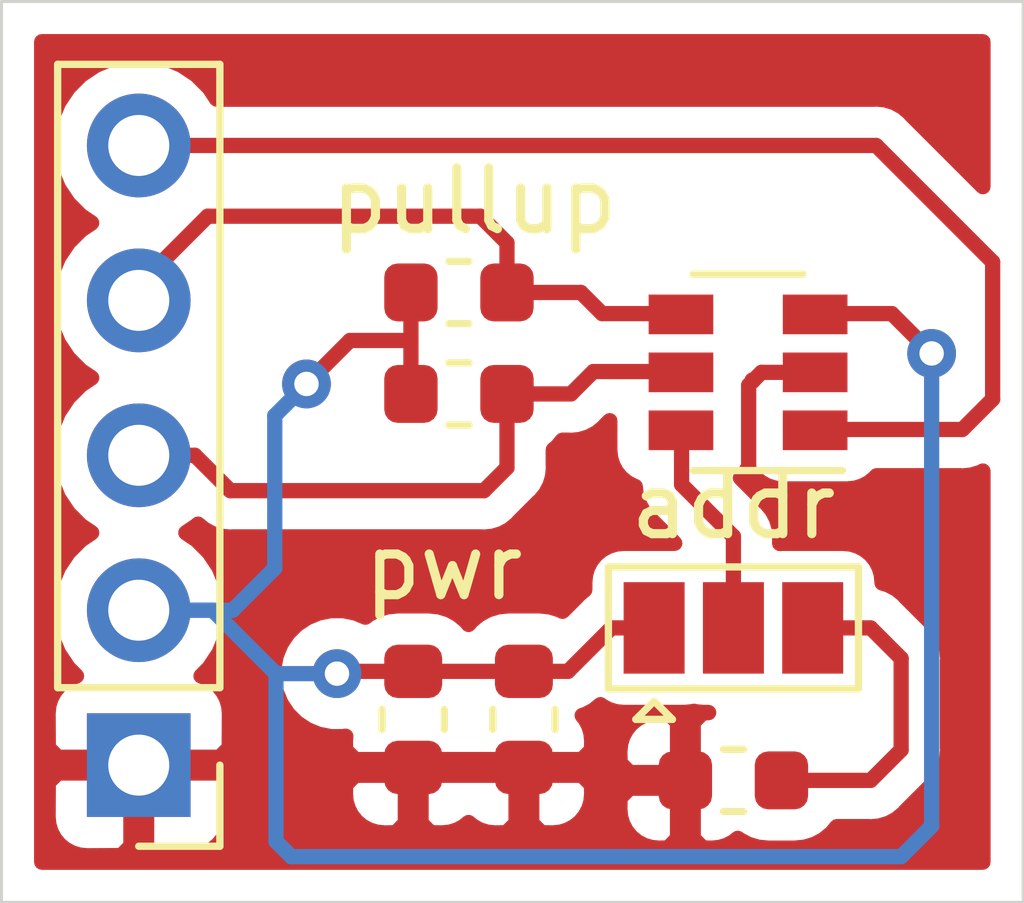
<source format=kicad_pcb>
(kicad_pcb (version 20171130) (host pcbnew 5.1.6-c6e7f7d~87~ubuntu18.04.1)

  (general
    (thickness 1.6)
    (drawings 7)
    (tracks 70)
    (zones 0)
    (modules 8)
    (nets 8)
  )

  (page A4)
  (title_block
    (title "MCP4725 breakout board for Arduino")
    (date 2020-09-01)
    (rev 0.3)
    (company 6r1d)
  )

  (layers
    (0 F.Cu signal)
    (31 B.Cu signal)
    (32 B.Adhes user)
    (33 F.Adhes user)
    (34 B.Paste user)
    (35 F.Paste user)
    (36 B.SilkS user)
    (37 F.SilkS user)
    (38 B.Mask user)
    (39 F.Mask user)
    (40 Dwgs.User user)
    (41 Cmts.User user)
    (42 Eco1.User user)
    (43 Eco2.User user)
    (44 Edge.Cuts user)
    (45 Margin user)
    (46 B.CrtYd user)
    (47 F.CrtYd user)
    (48 B.Fab user)
    (49 F.Fab user)
  )

  (setup
    (last_trace_width 0.25)
    (trace_clearance 0.2)
    (zone_clearance 0.508)
    (zone_45_only no)
    (trace_min 0.2)
    (via_size 0.8)
    (via_drill 0.4)
    (via_min_size 0.4)
    (via_min_drill 0.3)
    (uvia_size 0.3)
    (uvia_drill 0.1)
    (uvias_allowed no)
    (uvia_min_size 0.2)
    (uvia_min_drill 0.1)
    (edge_width 0.05)
    (segment_width 0.2)
    (pcb_text_width 0.3)
    (pcb_text_size 1.5 1.5)
    (mod_edge_width 0.12)
    (mod_text_size 1 1)
    (mod_text_width 0.15)
    (pad_size 1.524 1.524)
    (pad_drill 0.762)
    (pad_to_mask_clearance 0.05)
    (aux_axis_origin 0 0)
    (visible_elements FFFFFF7F)
    (pcbplotparams
      (layerselection 0x010fc_ffffffff)
      (usegerberextensions false)
      (usegerberattributes true)
      (usegerberadvancedattributes true)
      (creategerberjobfile true)
      (excludeedgelayer true)
      (linewidth 0.100000)
      (plotframeref false)
      (viasonmask false)
      (mode 1)
      (useauxorigin false)
      (hpglpennumber 1)
      (hpglpenspeed 20)
      (hpglpendiameter 15.000000)
      (psnegative false)
      (psa4output false)
      (plotreference true)
      (plotvalue true)
      (plotinvisibletext false)
      (padsonsilk false)
      (subtractmaskfromsilk false)
      (outputformat 1)
      (mirror false)
      (drillshape 1)
      (scaleselection 1)
      (outputdirectory ""))
  )

  (net 0 "")
  (net 1 VDD)
  (net 2 SDA_0)
  (net 3 SCL_0)
  (net 4 OUT_0)
  (net 5 VSS)
  (net 6 "Net-(J2-Pad3)")
  (net 7 A0_0)

  (net_class Default "This is the default net class."
    (clearance 0.2)
    (trace_width 0.25)
    (via_dia 0.8)
    (via_drill 0.4)
    (uvia_dia 0.3)
    (uvia_drill 0.1)
    (add_net A0_0)
    (add_net "Net-(J2-Pad3)")
    (add_net OUT_0)
    (add_net SCL_0)
    (add_net SDA_0)
    (add_net VDD)
    (add_net VSS)
  )

  (module Capacitor_SMD:C_0603_1608Metric (layer F.Cu) (tedit 5B301BBE) (tstamp 5F3F49B6)
    (at 26.76 31.8 270)
    (descr "Capacitor SMD 0603 (1608 Metric), square (rectangular) end terminal, IPC_7351 nominal, (Body size source: http://www.tortai-tech.com/upload/download/2011102023233369053.pdf), generated with kicad-footprint-generator")
    (tags capacitor)
    (path /5F3FA9B9)
    (attr smd)
    (fp_text reference C1 (at 0 -1.43 90) (layer F.SilkS) hide
      (effects (font (size 1 1) (thickness 0.15)))
    )
    (fp_text value 10uF (at 0 1.43 90) (layer F.Fab) hide
      (effects (font (size 1 1) (thickness 0.15)))
    )
    (fp_line (start -0.8 0.4) (end -0.8 -0.4) (layer F.Fab) (width 0.1))
    (fp_line (start -0.8 -0.4) (end 0.8 -0.4) (layer F.Fab) (width 0.1))
    (fp_line (start 0.8 -0.4) (end 0.8 0.4) (layer F.Fab) (width 0.1))
    (fp_line (start 0.8 0.4) (end -0.8 0.4) (layer F.Fab) (width 0.1))
    (fp_line (start -0.162779 -0.51) (end 0.162779 -0.51) (layer F.SilkS) (width 0.12))
    (fp_line (start -0.162779 0.51) (end 0.162779 0.51) (layer F.SilkS) (width 0.12))
    (fp_line (start -1.48 0.73) (end -1.48 -0.73) (layer F.CrtYd) (width 0.05))
    (fp_line (start -1.48 -0.73) (end 1.48 -0.73) (layer F.CrtYd) (width 0.05))
    (fp_line (start 1.48 -0.73) (end 1.48 0.73) (layer F.CrtYd) (width 0.05))
    (fp_line (start 1.48 0.73) (end -1.48 0.73) (layer F.CrtYd) (width 0.05))
    (fp_text user %R (at 0 0 90) (layer F.Fab)
      (effects (font (size 0.4 0.4) (thickness 0.06)))
    )
    (pad 2 smd roundrect (at 0.7875 0 270) (size 0.875 0.95) (layers F.Cu F.Paste F.Mask) (roundrect_rratio 0.25)
      (net 5 VSS))
    (pad 1 smd roundrect (at -0.7875 0 270) (size 0.875 0.95) (layers F.Cu F.Paste F.Mask) (roundrect_rratio 0.25)
      (net 1 VDD))
    (model ${KISYS3DMOD}/Capacitor_SMD.3dshapes/C_0603_1608Metric.wrl
      (at (xyz 0 0 0))
      (scale (xyz 1 1 1))
      (rotate (xyz 0 0 0))
    )
  )

  (module Capacitor_SMD:C_0603_1608Metric (layer F.Cu) (tedit 5B301BBE) (tstamp 5F3F4541)
    (at 28.57488 31.8 270)
    (descr "Capacitor SMD 0603 (1608 Metric), square (rectangular) end terminal, IPC_7351 nominal, (Body size source: http://www.tortai-tech.com/upload/download/2011102023233369053.pdf), generated with kicad-footprint-generator")
    (tags capacitor)
    (path /5F3FA5DD)
    (attr smd)
    (fp_text reference C2 (at 0 -1.43 90) (layer F.SilkS) hide
      (effects (font (size 1 1) (thickness 0.15)))
    )
    (fp_text value 0.1uF (at 0 1.43 90) (layer F.Fab) hide
      (effects (font (size 1 1) (thickness 0.15)))
    )
    (fp_line (start 1.48 0.73) (end -1.48 0.73) (layer F.CrtYd) (width 0.05))
    (fp_line (start 1.48 -0.73) (end 1.48 0.73) (layer F.CrtYd) (width 0.05))
    (fp_line (start -1.48 -0.73) (end 1.48 -0.73) (layer F.CrtYd) (width 0.05))
    (fp_line (start -1.48 0.73) (end -1.48 -0.73) (layer F.CrtYd) (width 0.05))
    (fp_line (start -0.162779 0.51) (end 0.162779 0.51) (layer F.SilkS) (width 0.12))
    (fp_line (start -0.162779 -0.51) (end 0.162779 -0.51) (layer F.SilkS) (width 0.12))
    (fp_line (start 0.8 0.4) (end -0.8 0.4) (layer F.Fab) (width 0.1))
    (fp_line (start 0.8 -0.4) (end 0.8 0.4) (layer F.Fab) (width 0.1))
    (fp_line (start -0.8 -0.4) (end 0.8 -0.4) (layer F.Fab) (width 0.1))
    (fp_line (start -0.8 0.4) (end -0.8 -0.4) (layer F.Fab) (width 0.1))
    (fp_text user %R (at 0 0 90) (layer F.Fab)
      (effects (font (size 0.4 0.4) (thickness 0.06)))
    )
    (pad 1 smd roundrect (at -0.7875 0 270) (size 0.875 0.95) (layers F.Cu F.Paste F.Mask) (roundrect_rratio 0.25)
      (net 1 VDD))
    (pad 2 smd roundrect (at 0.7875 0 270) (size 0.875 0.95) (layers F.Cu F.Paste F.Mask) (roundrect_rratio 0.25)
      (net 5 VSS))
    (model ${KISYS3DMOD}/Capacitor_SMD.3dshapes/C_0603_1608Metric.wrl
      (at (xyz 0 0 0))
      (scale (xyz 1 1 1))
      (rotate (xyz 0 0 0))
    )
  )

  (module Resistor_SMD:R_0603_1608Metric (layer F.Cu) (tedit 5B301BBD) (tstamp 5F3F4585)
    (at 27.51 26.46376 180)
    (descr "Resistor SMD 0603 (1608 Metric), square (rectangular) end terminal, IPC_7351 nominal, (Body size source: http://www.tortai-tech.com/upload/download/2011102023233369053.pdf), generated with kicad-footprint-generator")
    (tags resistor)
    (path /5F3F98D5)
    (attr smd)
    (fp_text reference R1 (at 0 -1.43) (layer F.SilkS) hide
      (effects (font (size 1 1) (thickness 0.15)))
    )
    (fp_text value 4.7k (at 0 1.43) (layer F.Fab) hide
      (effects (font (size 1 1) (thickness 0.15)))
    )
    (fp_line (start 1.48 0.73) (end -1.48 0.73) (layer F.CrtYd) (width 0.05))
    (fp_line (start 1.48 -0.73) (end 1.48 0.73) (layer F.CrtYd) (width 0.05))
    (fp_line (start -1.48 -0.73) (end 1.48 -0.73) (layer F.CrtYd) (width 0.05))
    (fp_line (start -1.48 0.73) (end -1.48 -0.73) (layer F.CrtYd) (width 0.05))
    (fp_line (start -0.162779 0.51) (end 0.162779 0.51) (layer F.SilkS) (width 0.12))
    (fp_line (start -0.162779 -0.51) (end 0.162779 -0.51) (layer F.SilkS) (width 0.12))
    (fp_line (start 0.8 0.4) (end -0.8 0.4) (layer F.Fab) (width 0.1))
    (fp_line (start 0.8 -0.4) (end 0.8 0.4) (layer F.Fab) (width 0.1))
    (fp_line (start -0.8 -0.4) (end 0.8 -0.4) (layer F.Fab) (width 0.1))
    (fp_line (start -0.8 0.4) (end -0.8 -0.4) (layer F.Fab) (width 0.1))
    (fp_text user %R (at 0 0) (layer F.Fab)
      (effects (font (size 0.4 0.4) (thickness 0.06)))
    )
    (pad 1 smd roundrect (at -0.7875 0 180) (size 0.875 0.95) (layers F.Cu F.Paste F.Mask) (roundrect_rratio 0.25)
      (net 3 SCL_0))
    (pad 2 smd roundrect (at 0.7875 0 180) (size 0.875 0.95) (layers F.Cu F.Paste F.Mask) (roundrect_rratio 0.25)
      (net 1 VDD))
    (model ${KISYS3DMOD}/Resistor_SMD.3dshapes/R_0603_1608Metric.wrl
      (at (xyz 0 0 0))
      (scale (xyz 1 1 1))
      (rotate (xyz 0 0 0))
    )
  )

  (module Resistor_SMD:R_0603_1608Metric (layer F.Cu) (tedit 5B301BBD) (tstamp 5F3F4596)
    (at 27.51 24.8)
    (descr "Resistor SMD 0603 (1608 Metric), square (rectangular) end terminal, IPC_7351 nominal, (Body size source: http://www.tortai-tech.com/upload/download/2011102023233369053.pdf), generated with kicad-footprint-generator")
    (tags resistor)
    (path /5F3FA1CB)
    (attr smd)
    (fp_text reference R2 (at 0 -1.43) (layer F.SilkS) hide
      (effects (font (size 1 1) (thickness 0.15)))
    )
    (fp_text value 4.7k (at 0 1.43) (layer F.Fab) hide
      (effects (font (size 1 1) (thickness 0.15)))
    )
    (fp_line (start -0.8 0.4) (end -0.8 -0.4) (layer F.Fab) (width 0.1))
    (fp_line (start -0.8 -0.4) (end 0.8 -0.4) (layer F.Fab) (width 0.1))
    (fp_line (start 0.8 -0.4) (end 0.8 0.4) (layer F.Fab) (width 0.1))
    (fp_line (start 0.8 0.4) (end -0.8 0.4) (layer F.Fab) (width 0.1))
    (fp_line (start -0.162779 -0.51) (end 0.162779 -0.51) (layer F.SilkS) (width 0.12))
    (fp_line (start -0.162779 0.51) (end 0.162779 0.51) (layer F.SilkS) (width 0.12))
    (fp_line (start -1.48 0.73) (end -1.48 -0.73) (layer F.CrtYd) (width 0.05))
    (fp_line (start -1.48 -0.73) (end 1.48 -0.73) (layer F.CrtYd) (width 0.05))
    (fp_line (start 1.48 -0.73) (end 1.48 0.73) (layer F.CrtYd) (width 0.05))
    (fp_line (start 1.48 0.73) (end -1.48 0.73) (layer F.CrtYd) (width 0.05))
    (fp_text user %R (at 0 0) (layer F.Fab)
      (effects (font (size 0.4 0.4) (thickness 0.06)))
    )
    (pad 2 smd roundrect (at 0.7875 0) (size 0.875 0.95) (layers F.Cu F.Paste F.Mask) (roundrect_rratio 0.25)
      (net 2 SDA_0))
    (pad 1 smd roundrect (at -0.7875 0) (size 0.875 0.95) (layers F.Cu F.Paste F.Mask) (roundrect_rratio 0.25)
      (net 1 VDD))
    (model ${KISYS3DMOD}/Resistor_SMD.3dshapes/R_0603_1608Metric.wrl
      (at (xyz 0 0 0))
      (scale (xyz 1 1 1))
      (rotate (xyz 0 0 0))
    )
  )

  (module Package_TO_SOT_SMD:SOT-23-6 (layer F.Cu) (tedit 5A02FF57) (tstamp 5F3F45AC)
    (at 32.25 26.11 180)
    (descr "6-pin SOT-23 package")
    (tags SOT-23-6)
    (path /5F3EE7BB)
    (attr smd)
    (fp_text reference U1 (at 0 -2.9) (layer F.SilkS) hide
      (effects (font (size 1 1) (thickness 0.15)))
    )
    (fp_text value MCP4725 (at 0 2.9) (layer F.Fab) hide
      (effects (font (size 1 1) (thickness 0.15)))
    )
    (fp_line (start 0.9 -1.55) (end 0.9 1.55) (layer F.Fab) (width 0.1))
    (fp_line (start 0.9 1.55) (end -0.9 1.55) (layer F.Fab) (width 0.1))
    (fp_line (start -0.9 -0.9) (end -0.9 1.55) (layer F.Fab) (width 0.1))
    (fp_line (start 0.9 -1.55) (end -0.25 -1.55) (layer F.Fab) (width 0.1))
    (fp_line (start -0.9 -0.9) (end -0.25 -1.55) (layer F.Fab) (width 0.1))
    (fp_line (start -1.9 -1.8) (end -1.9 1.8) (layer F.CrtYd) (width 0.05))
    (fp_line (start -1.9 1.8) (end 1.9 1.8) (layer F.CrtYd) (width 0.05))
    (fp_line (start 1.9 1.8) (end 1.9 -1.8) (layer F.CrtYd) (width 0.05))
    (fp_line (start 1.9 -1.8) (end -1.9 -1.8) (layer F.CrtYd) (width 0.05))
    (fp_line (start 0.9 -1.61) (end -1.55 -1.61) (layer F.SilkS) (width 0.12))
    (fp_line (start -0.9 1.61) (end 0.9 1.61) (layer F.SilkS) (width 0.12))
    (fp_text user %R (at 0 0 90) (layer F.Fab) hide
      (effects (font (size 0.5 0.5) (thickness 0.075)))
    )
    (pad 1 smd rect (at -1.1 -0.95 180) (size 1.06 0.65) (layers F.Cu F.Paste F.Mask)
      (net 4 OUT_0))
    (pad 2 smd rect (at -1.1 0 180) (size 1.06 0.65) (layers F.Cu F.Paste F.Mask)
      (net 5 VSS))
    (pad 3 smd rect (at -1.1 0.95 180) (size 1.06 0.65) (layers F.Cu F.Paste F.Mask)
      (net 1 VDD))
    (pad 4 smd rect (at 1.1 0.95 180) (size 1.06 0.65) (layers F.Cu F.Paste F.Mask)
      (net 2 SDA_0))
    (pad 6 smd rect (at 1.1 -0.95 180) (size 1.06 0.65) (layers F.Cu F.Paste F.Mask)
      (net 7 A0_0))
    (pad 5 smd rect (at 1.1 0 180) (size 1.06 0.65) (layers F.Cu F.Paste F.Mask)
      (net 3 SCL_0))
    (model ${KISYS3DMOD}/Package_TO_SOT_SMD.3dshapes/SOT-23-6.wrl
      (at (xyz 0 0 0))
      (scale (xyz 1 1 1))
      (rotate (xyz 0 0 0))
    )
  )

  (module Connector_PinHeader_2.54mm:PinHeader_1x05_P2.54mm_Vertical (layer F.Cu) (tedit 59FED5CC) (tstamp 5F3F59B8)
    (at 22.26 32.55 180)
    (descr "Through hole straight pin header, 1x05, 2.54mm pitch, single row")
    (tags "Through hole pin header THT 1x05 2.54mm single row")
    (path /5F3F5A10)
    (fp_text reference J1 (at 0 -2.33) (layer F.SilkS) hide
      (effects (font (size 1 1) (thickness 0.15)))
    )
    (fp_text value Conn_01x05 (at 0 12.49) (layer F.Fab) hide
      (effects (font (size 1 1) (thickness 0.15)))
    )
    (fp_line (start -0.635 -1.27) (end 1.27 -1.27) (layer F.Fab) (width 0.1))
    (fp_line (start 1.27 -1.27) (end 1.27 11.43) (layer F.Fab) (width 0.1))
    (fp_line (start 1.27 11.43) (end -1.27 11.43) (layer F.Fab) (width 0.1))
    (fp_line (start -1.27 11.43) (end -1.27 -0.635) (layer F.Fab) (width 0.1))
    (fp_line (start -1.27 -0.635) (end -0.635 -1.27) (layer F.Fab) (width 0.1))
    (fp_line (start -1.33 11.49) (end 1.33 11.49) (layer F.SilkS) (width 0.12))
    (fp_line (start -1.33 1.27) (end -1.33 11.49) (layer F.SilkS) (width 0.12))
    (fp_line (start 1.33 1.27) (end 1.33 11.49) (layer F.SilkS) (width 0.12))
    (fp_line (start -1.33 1.27) (end 1.33 1.27) (layer F.SilkS) (width 0.12))
    (fp_line (start -1.33 0) (end -1.33 -1.33) (layer F.SilkS) (width 0.12))
    (fp_line (start -1.33 -1.33) (end 0 -1.33) (layer F.SilkS) (width 0.12))
    (fp_line (start -1.8 -1.8) (end -1.8 11.95) (layer F.CrtYd) (width 0.05))
    (fp_line (start -1.8 11.95) (end 1.8 11.95) (layer F.CrtYd) (width 0.05))
    (fp_line (start 1.8 11.95) (end 1.8 -1.8) (layer F.CrtYd) (width 0.05))
    (fp_line (start 1.8 -1.8) (end -1.8 -1.8) (layer F.CrtYd) (width 0.05))
    (fp_text user %R (at 0 5.08 90) (layer F.Fab)
      (effects (font (size 1 1) (thickness 0.15)))
    )
    (pad 1 thru_hole rect (at 0 0 180) (size 1.7 1.7) (drill 1) (layers *.Cu *.Mask)
      (net 5 VSS))
    (pad 2 thru_hole oval (at 0 2.54 180) (size 1.7 1.7) (drill 1) (layers *.Cu *.Mask)
      (net 1 VDD))
    (pad 3 thru_hole oval (at 0 5.08 180) (size 1.7 1.7) (drill 1) (layers *.Cu *.Mask)
      (net 3 SCL_0))
    (pad 4 thru_hole oval (at 0 7.62 180) (size 1.7 1.7) (drill 1) (layers *.Cu *.Mask)
      (net 2 SDA_0))
    (pad 5 thru_hole oval (at 0 10.16 180) (size 1.7 1.7) (drill 1) (layers *.Cu *.Mask)
      (net 4 OUT_0))
    (model ${KISYS3DMOD}/Connector_PinHeader_2.54mm.3dshapes/PinHeader_1x05_P2.54mm_Vertical.wrl
      (at (xyz 0 0 0))
      (scale (xyz 1 1 1))
      (rotate (xyz 0 0 0))
    )
  )

  (module Resistor_SMD:R_0603_1608Metric (layer F.Cu) (tedit 5B301BBD) (tstamp 5F3F5F15)
    (at 32.01 32.8 180)
    (descr "Resistor SMD 0603 (1608 Metric), square (rectangular) end terminal, IPC_7351 nominal, (Body size source: http://www.tortai-tech.com/upload/download/2011102023233369053.pdf), generated with kicad-footprint-generator")
    (tags resistor)
    (path /5F48BC92)
    (attr smd)
    (fp_text reference R3 (at 0 -1.43) (layer F.SilkS) hide
      (effects (font (size 1 1) (thickness 0.15)))
    )
    (fp_text value 10k (at 0 1.43) (layer F.Fab) hide
      (effects (font (size 1 1) (thickness 0.15)))
    )
    (fp_line (start -0.8 0.4) (end -0.8 -0.4) (layer F.Fab) (width 0.1))
    (fp_line (start -0.8 -0.4) (end 0.8 -0.4) (layer F.Fab) (width 0.1))
    (fp_line (start 0.8 -0.4) (end 0.8 0.4) (layer F.Fab) (width 0.1))
    (fp_line (start 0.8 0.4) (end -0.8 0.4) (layer F.Fab) (width 0.1))
    (fp_line (start -0.162779 -0.51) (end 0.162779 -0.51) (layer F.SilkS) (width 0.12))
    (fp_line (start -0.162779 0.51) (end 0.162779 0.51) (layer F.SilkS) (width 0.12))
    (fp_line (start -1.48 0.73) (end -1.48 -0.73) (layer F.CrtYd) (width 0.05))
    (fp_line (start -1.48 -0.73) (end 1.48 -0.73) (layer F.CrtYd) (width 0.05))
    (fp_line (start 1.48 -0.73) (end 1.48 0.73) (layer F.CrtYd) (width 0.05))
    (fp_line (start 1.48 0.73) (end -1.48 0.73) (layer F.CrtYd) (width 0.05))
    (fp_text user %R (at 0 0) (layer F.Fab)
      (effects (font (size 0.4 0.4) (thickness 0.06)))
    )
    (pad 1 smd roundrect (at -0.7875 0 180) (size 0.875 0.95) (layers F.Cu F.Paste F.Mask) (roundrect_rratio 0.25)
      (net 6 "Net-(J2-Pad3)"))
    (pad 2 smd roundrect (at 0.7875 0 180) (size 0.875 0.95) (layers F.Cu F.Paste F.Mask) (roundrect_rratio 0.25)
      (net 5 VSS))
    (model ${KISYS3DMOD}/Resistor_SMD.3dshapes/R_0603_1608Metric.wrl
      (at (xyz 0 0 0))
      (scale (xyz 1 1 1))
      (rotate (xyz 0 0 0))
    )
  )

  (module Jumper_KiCad_footprints:SolderJumper-3_P1.3mm_Open_Pad1.0x1.5mm (layer F.Cu) (tedit 5A3F8BB2) (tstamp 5F3F5E5A)
    (at 32.01 30.3)
    (descr "SMD Solder 3-pad Jumper, 1x1.5mm Pads, 0.3mm gap, open")
    (tags "solder jumper open")
    (path /5F4A1874)
    (attr virtual)
    (fp_text reference J2 (at 0 -1.8) (layer F.SilkS) hide
      (effects (font (size 1 1) (thickness 0.15)))
    )
    (fp_text value Conn_01x03 (at 0 2) (layer F.Fab) hide
      (effects (font (size 1 1) (thickness 0.15)))
    )
    (fp_line (start -1.3 1.2) (end -1 1.5) (layer F.SilkS) (width 0.12))
    (fp_line (start -1.6 1.5) (end -1 1.5) (layer F.SilkS) (width 0.12))
    (fp_line (start -1.3 1.2) (end -1.6 1.5) (layer F.SilkS) (width 0.12))
    (fp_line (start -2.05 1) (end -2.05 -1) (layer F.SilkS) (width 0.12))
    (fp_line (start 2.05 1) (end -2.05 1) (layer F.SilkS) (width 0.12))
    (fp_line (start 2.05 -1) (end 2.05 1) (layer F.SilkS) (width 0.12))
    (fp_line (start -2.05 -1) (end 2.05 -1) (layer F.SilkS) (width 0.12))
    (fp_line (start -2.3 -1.25) (end 2.3 -1.25) (layer F.CrtYd) (width 0.05))
    (fp_line (start -2.3 -1.25) (end -2.3 1.25) (layer F.CrtYd) (width 0.05))
    (fp_line (start 2.3 1.25) (end 2.3 -1.25) (layer F.CrtYd) (width 0.05))
    (fp_line (start 2.3 1.25) (end -2.3 1.25) (layer F.CrtYd) (width 0.05))
    (pad 3 smd rect (at 1.3 0) (size 1 1.5) (layers F.Cu F.Mask)
      (net 6 "Net-(J2-Pad3)"))
    (pad 2 smd rect (at 0 0) (size 1 1.5) (layers F.Cu F.Mask)
      (net 7 A0_0))
    (pad 1 smd rect (at -1.3 0) (size 1 1.5) (layers F.Cu F.Mask)
      (net 1 VDD))
  )

  (gr_line (start 36.76 34.8) (end 20.01 34.8) (layer Edge.Cuts) (width 0.05) (tstamp 5F4E39F6))
  (gr_line (start 36.76 20.03) (end 36.76 34.8) (layer Edge.Cuts) (width 0.05))
  (gr_line (start 20.01 20.03) (end 20.01 34.8) (layer Edge.Cuts) (width 0.05))
  (gr_line (start 20.01 20.03) (end 36.76 20.03) (layer Edge.Cuts) (width 0.05))
  (gr_text pwr (at 27.26 29.3) (layer F.SilkS)
    (effects (font (size 1 1) (thickness 0.15)))
  )
  (gr_text addr (at 32.01 28.3) (layer F.SilkS)
    (effects (font (size 1 1) (thickness 0.15)))
  )
  (gr_text pullup (at 27.76 23.3) (layer F.SilkS)
    (effects (font (size 1 1) (thickness 0.15)))
  )

  (segment (start 26.78032 30.87438) (end 26.76 30.8947) (width 0.25) (layer F.Cu) (net 1) (status 30))
  (segment (start 26.76 26.50126) (end 26.7225 26.46376) (width 0.25) (layer F.Cu) (net 1) (status 30))
  (segment (start 28.57488 31.0125) (end 26.76 31.0125) (width 0.25) (layer F.Cu) (net 1) (status 30))
  (via (at 35.26 25.8) (size 0.8) (drill 0.4) (layers F.Cu B.Cu) (net 1))
  (segment (start 34.606881 25.146881) (end 33.36 25.146881) (width 0.25) (layer F.Cu) (net 1) (status 20))
  (segment (start 35.26 25.8) (end 34.606881 25.146881) (width 0.25) (layer F.Cu) (net 1))
  (segment (start 26.7225 24.8) (end 26.7225 25.5875) (width 0.25) (layer F.Cu) (net 1) (status 10))
  (segment (start 26.7225 25.5875) (end 26.7225 26.46376) (width 0.25) (layer F.Cu) (net 1) (status 20))
  (segment (start 22.05 30.05) (end 22.01 30.01) (width 0.25) (layer B.Cu) (net 1) (status 30))
  (segment (start 35.26 33.55) (end 35.26 25.8) (width 0.25) (layer B.Cu) (net 1))
  (segment (start 23.47 30.01) (end 24.51 31.05) (width 0.25) (layer B.Cu) (net 1))
  (segment (start 24.76 34.05) (end 34.76 34.05) (width 0.25) (layer B.Cu) (net 1))
  (segment (start 22.01 30.01) (end 23.47 30.01) (width 0.25) (layer B.Cu) (net 1) (status 10))
  (segment (start 24.51 31.05) (end 24.51 33.8) (width 0.25) (layer B.Cu) (net 1))
  (segment (start 24.51 33.8) (end 24.76 34.05) (width 0.25) (layer B.Cu) (net 1))
  (segment (start 34.76 34.05) (end 35.26 33.55) (width 0.25) (layer B.Cu) (net 1))
  (segment (start 25.5475 31.0125) (end 25.51 31.05) (width 0.25) (layer F.Cu) (net 1))
  (segment (start 26.76 31.0125) (end 25.5475 31.0125) (width 0.25) (layer F.Cu) (net 1) (status 10))
  (via (at 25.51 31.05) (size 0.8) (drill 0.4) (layers F.Cu B.Cu) (net 1))
  (segment (start 24.51 31.05) (end 25.51 31.05) (width 0.25) (layer B.Cu) (net 1))
  (segment (start 30.71 30.3) (end 30.01 30.3) (width 0.25) (layer F.Cu) (net 1) (status 10))
  (segment (start 29.2975 31.0125) (end 28.57488 31.0125) (width 0.25) (layer F.Cu) (net 1) (status 20))
  (segment (start 30.01 30.3) (end 29.2975 31.0125) (width 0.25) (layer F.Cu) (net 1))
  (via (at 25.01 26.300008) (size 0.8) (drill 0.4) (layers F.Cu B.Cu) (net 1))
  (segment (start 25.722508 25.5875) (end 25.01 26.300008) (width 0.25) (layer F.Cu) (net 1))
  (segment (start 26.7225 25.5875) (end 25.722508 25.5875) (width 0.25) (layer F.Cu) (net 1))
  (segment (start 24.49 26.820008) (end 25.01 26.300008) (width 0.25) (layer B.Cu) (net 1))
  (segment (start 24.49 29.32) (end 24.49 26.820008) (width 0.25) (layer B.Cu) (net 1))
  (segment (start 22.26 30.01) (end 23.8 30.01) (width 0.25) (layer B.Cu) (net 1) (status 10))
  (segment (start 23.8 30.01) (end 24.49 29.32) (width 0.25) (layer B.Cu) (net 1))
  (segment (start 28.2975 24.8) (end 29.51 24.8) (width 0.25) (layer F.Cu) (net 2) (status 10))
  (segment (start 29.856881 25.146881) (end 31.16 25.146881) (width 0.25) (layer F.Cu) (net 2) (status 20))
  (segment (start 29.51 24.8) (end 29.856881 25.146881) (width 0.25) (layer F.Cu) (net 2))
  (segment (start 23.39 23.55) (end 22.01 24.93) (width 0.25) (layer F.Cu) (net 2) (status 20))
  (segment (start 28.2975 24.8) (end 28.2975 23.9875) (width 0.25) (layer F.Cu) (net 2))
  (segment (start 28.2975 23.9875) (end 27.86 23.55) (width 0.25) (layer F.Cu) (net 2))
  (segment (start 27.86 23.55) (end 23.39 23.55) (width 0.25) (layer F.Cu) (net 2))
  (segment (start 28.2975 26.46376) (end 29.34624 26.46376) (width 0.25) (layer F.Cu) (net 3) (status 10))
  (segment (start 29.713119 26.096881) (end 31.16 26.096881) (width 0.25) (layer F.Cu) (net 3) (status 20))
  (segment (start 29.34624 26.46376) (end 29.713119 26.096881) (width 0.25) (layer F.Cu) (net 3))
  (segment (start 22.01 27.47) (end 22.43 27.47) (width 0.25) (layer F.Cu) (net 3) (status 30))
  (segment (start 30.669998 26.096881) (end 31.16 26.096881) (width 0.25) (layer F.Cu) (net 3) (status 30))
  (segment (start 22.26 27.47) (end 23.18 27.47) (width 0.25) (layer F.Cu) (net 3) (status 10))
  (segment (start 23.18 27.47) (end 23.76 28.05) (width 0.25) (layer F.Cu) (net 3))
  (segment (start 28.2975 27.6725) (end 27.92 28.05) (width 0.25) (layer F.Cu) (net 3))
  (segment (start 28.2975 26.46376) (end 28.2975 27.6725) (width 0.25) (layer F.Cu) (net 3))
  (segment (start 23.76 28.05) (end 27.92 28.05) (width 0.25) (layer F.Cu) (net 3))
  (segment (start 22.01 22.39) (end 34.35 22.39) (width 0.25) (layer F.Cu) (net 4) (status 10))
  (segment (start 34.35 22.39) (end 36.26 24.3) (width 0.25) (layer F.Cu) (net 4))
  (segment (start 35.763119 27.046881) (end 36.26 26.55) (width 0.25) (layer F.Cu) (net 4))
  (segment (start 36.26 24.3) (end 36.26 26.55) (width 0.25) (layer F.Cu) (net 4))
  (segment (start 35.763119 27.046881) (end 33.36 27.046881) (width 0.25) (layer F.Cu) (net 4) (status 20))
  (segment (start 26.78032 32.44938) (end 26.76 32.4697) (width 0.25) (layer F.Cu) (net 5) (status 30))
  (segment (start 26.76 32.5875) (end 28.57488 32.5875) (width 0.25) (layer F.Cu) (net 5) (status 30))
  (segment (start 22.2975 32.5875) (end 22.26 32.55) (width 0.25) (layer F.Cu) (net 5) (status 30))
  (segment (start 26.76 32.5875) (end 22.2975 32.5875) (width 0.25) (layer F.Cu) (net 5) (status 30))
  (segment (start 29.7975 32.5875) (end 28.57488 32.5875) (width 0.25) (layer F.Cu) (net 5) (status 20))
  (segment (start 30.01 32.8) (end 29.7975 32.5875) (width 0.25) (layer F.Cu) (net 5))
  (segment (start 30.01 32.8) (end 31.2225 32.8) (width 0.25) (layer F.Cu) (net 5) (status 20))
  (segment (start 33.35 26.11) (end 32.47 26.11) (width 0.25) (layer F.Cu) (net 5))
  (segment (start 32.47 26.11) (end 32.26 26.32) (width 0.25) (layer F.Cu) (net 5))
  (segment (start 32.26 26.32) (end 32.26 27.79) (width 0.25) (layer F.Cu) (net 5))
  (segment (start 34.26 30.3) (end 33.31 30.3) (width 0.25) (layer F.Cu) (net 6) (status 20))
  (segment (start 34.76 30.8) (end 34.26 30.3) (width 0.25) (layer F.Cu) (net 6))
  (segment (start 34.76 32.3) (end 34.76 30.8) (width 0.25) (layer F.Cu) (net 6))
  (segment (start 34.26 32.8) (end 34.76 32.3) (width 0.25) (layer F.Cu) (net 6))
  (segment (start 32.7975 32.8) (end 34.26 32.8) (width 0.25) (layer F.Cu) (net 6) (status 10))
  (segment (start 32.01 28.8) (end 32.01 30.3) (width 0.25) (layer F.Cu) (net 7) (status 20))
  (segment (start 31.16 27.95) (end 32.01 28.8) (width 0.25) (layer F.Cu) (net 7))
  (segment (start 31.16 27.046881) (end 31.16 27.95) (width 0.25) (layer F.Cu) (net 7) (status 10))

  (zone (net 5) (net_name VSS) (layer F.Cu) (tstamp 0) (hatch edge 0.508)
    (connect_pads (clearance 0.508))
    (min_thickness 0.254)
    (fill yes (arc_segments 32) (thermal_gap 0.508) (thermal_bridge_width 0.508) (smoothing chamfer))
    (polygon
      (pts
        (xy 36.76 34.8) (xy 20.01 34.8) (xy 20.01 20.05) (xy 36.76 20.05)
      )
    )
    (filled_polygon
      (pts
        (xy 36.1 23.065199) (xy 34.913804 21.879003) (xy 34.890001 21.849999) (xy 34.774276 21.755026) (xy 34.642247 21.684454)
        (xy 34.498986 21.640997) (xy 34.387333 21.63) (xy 34.387322 21.63) (xy 34.35 21.626324) (xy 34.312678 21.63)
        (xy 23.538178 21.63) (xy 23.413475 21.443368) (xy 23.206632 21.236525) (xy 22.963411 21.07401) (xy 22.693158 20.962068)
        (xy 22.40626 20.905) (xy 22.11374 20.905) (xy 21.826842 20.962068) (xy 21.556589 21.07401) (xy 21.313368 21.236525)
        (xy 21.106525 21.443368) (xy 20.94401 21.686589) (xy 20.832068 21.956842) (xy 20.775 22.24374) (xy 20.775 22.53626)
        (xy 20.832068 22.823158) (xy 20.94401 23.093411) (xy 21.106525 23.336632) (xy 21.313368 23.543475) (xy 21.48776 23.66)
        (xy 21.313368 23.776525) (xy 21.106525 23.983368) (xy 20.94401 24.226589) (xy 20.832068 24.496842) (xy 20.775 24.78374)
        (xy 20.775 25.07626) (xy 20.832068 25.363158) (xy 20.94401 25.633411) (xy 21.106525 25.876632) (xy 21.313368 26.083475)
        (xy 21.48776 26.2) (xy 21.313368 26.316525) (xy 21.106525 26.523368) (xy 20.94401 26.766589) (xy 20.832068 27.036842)
        (xy 20.775 27.32374) (xy 20.775 27.61626) (xy 20.832068 27.903158) (xy 20.94401 28.173411) (xy 21.106525 28.416632)
        (xy 21.313368 28.623475) (xy 21.48776 28.74) (xy 21.313368 28.856525) (xy 21.106525 29.063368) (xy 20.94401 29.306589)
        (xy 20.832068 29.576842) (xy 20.775 29.86374) (xy 20.775 30.15626) (xy 20.832068 30.443158) (xy 20.94401 30.713411)
        (xy 21.106525 30.956632) (xy 21.23838 31.088487) (xy 21.16582 31.110498) (xy 21.055506 31.169463) (xy 20.958815 31.248815)
        (xy 20.879463 31.345506) (xy 20.820498 31.45582) (xy 20.784188 31.575518) (xy 20.771928 31.7) (xy 20.775 32.26425)
        (xy 20.93375 32.423) (xy 22.133 32.423) (xy 22.133 32.403) (xy 22.387 32.403) (xy 22.387 32.423)
        (xy 23.58625 32.423) (xy 23.745 32.26425) (xy 23.748072 31.7) (xy 23.735812 31.575518) (xy 23.699502 31.45582)
        (xy 23.640537 31.345506) (xy 23.561185 31.248815) (xy 23.464494 31.169463) (xy 23.35418 31.110498) (xy 23.28162 31.088487)
        (xy 23.413475 30.956632) (xy 23.57599 30.713411) (xy 23.687932 30.443158) (xy 23.745 30.15626) (xy 23.745 29.86374)
        (xy 23.687932 29.576842) (xy 23.57599 29.306589) (xy 23.413475 29.063368) (xy 23.206632 28.856525) (xy 23.03224 28.74)
        (xy 23.206632 28.623475) (xy 23.231043 28.599064) (xy 23.335724 28.684974) (xy 23.467753 28.755546) (xy 23.611014 28.799003)
        (xy 23.722667 28.81) (xy 23.722677 28.81) (xy 23.76 28.813676) (xy 23.797323 28.81) (xy 27.882678 28.81)
        (xy 27.92 28.813676) (xy 27.957322 28.81) (xy 27.957333 28.81) (xy 28.068986 28.799003) (xy 28.212247 28.755546)
        (xy 28.344276 28.684974) (xy 28.460001 28.590001) (xy 28.483804 28.560997) (xy 28.808497 28.236304) (xy 28.837501 28.212501)
        (xy 28.932474 28.096776) (xy 29.003046 27.964747) (xy 29.046503 27.821486) (xy 29.0575 27.709833) (xy 29.061177 27.6725)
        (xy 29.0575 27.635167) (xy 29.0575 27.378903) (xy 29.122115 27.325875) (xy 29.205918 27.22376) (xy 29.308918 27.22376)
        (xy 29.34624 27.227436) (xy 29.383562 27.22376) (xy 29.383573 27.22376) (xy 29.495226 27.212763) (xy 29.638487 27.169306)
        (xy 29.770516 27.098734) (xy 29.886241 27.003761) (xy 29.910044 26.974757) (xy 29.981928 26.902873) (xy 29.981928 27.385)
        (xy 29.994188 27.509482) (xy 30.030498 27.62918) (xy 30.089463 27.739494) (xy 30.168815 27.836185) (xy 30.265506 27.915537)
        (xy 30.37582 27.974502) (xy 30.399443 27.981668) (xy 30.4 27.987322) (xy 30.4 27.987333) (xy 30.410998 28.098986)
        (xy 30.42418 28.142442) (xy 30.454454 28.242246) (xy 30.525026 28.374276) (xy 30.596201 28.461002) (xy 30.62 28.490001)
        (xy 30.648998 28.513799) (xy 31.047127 28.911928) (xy 30.21 28.911928) (xy 30.085518 28.924188) (xy 29.96582 28.960498)
        (xy 29.855506 29.019463) (xy 29.758815 29.098815) (xy 29.679463 29.195506) (xy 29.620498 29.30582) (xy 29.584188 29.425518)
        (xy 29.571928 29.55) (xy 29.571928 29.676348) (xy 29.469999 29.759999) (xy 29.446201 29.788998) (xy 29.207263 30.027935)
        (xy 29.159022 30.00215) (xy 28.998288 29.953392) (xy 28.83113 29.936928) (xy 28.31863 29.936928) (xy 28.151472 29.953392)
        (xy 27.990738 30.00215) (xy 27.842605 30.081329) (xy 27.712765 30.187885) (xy 27.66744 30.243114) (xy 27.622115 30.187885)
        (xy 27.492275 30.081329) (xy 27.344142 30.00215) (xy 27.183408 29.953392) (xy 27.01625 29.936928) (xy 26.50375 29.936928)
        (xy 26.336592 29.953392) (xy 26.175858 30.00215) (xy 26.027725 30.081329) (xy 25.976834 30.123093) (xy 25.811898 30.054774)
        (xy 25.611939 30.015) (xy 25.408061 30.015) (xy 25.208102 30.054774) (xy 25.019744 30.132795) (xy 24.850226 30.246063)
        (xy 24.706063 30.390226) (xy 24.592795 30.559744) (xy 24.514774 30.748102) (xy 24.475 30.948061) (xy 24.475 31.151939)
        (xy 24.514774 31.351898) (xy 24.592795 31.540256) (xy 24.706063 31.709774) (xy 24.850226 31.853937) (xy 25.019744 31.967205)
        (xy 25.208102 32.045226) (xy 25.408061 32.085) (xy 25.611939 32.085) (xy 25.654157 32.076602) (xy 25.646928 32.15)
        (xy 25.65 32.30175) (xy 25.80875 32.4605) (xy 26.633 32.4605) (xy 26.633 32.4405) (xy 26.887 32.4405)
        (xy 26.887 32.4605) (xy 28.44788 32.4605) (xy 28.44788 32.4405) (xy 28.70188 32.4405) (xy 28.70188 32.4605)
        (xy 29.52613 32.4605) (xy 29.68488 32.30175) (xy 29.687952 32.15) (xy 29.675692 32.025518) (xy 29.639382 31.90582)
        (xy 29.580417 31.795506) (xy 29.531378 31.735752) (xy 29.589747 31.718046) (xy 29.721776 31.647474) (xy 29.829422 31.559131)
        (xy 29.855506 31.580537) (xy 29.96582 31.639502) (xy 30.085518 31.675812) (xy 30.21 31.688072) (xy 30.773384 31.688072)
        (xy 30.660518 31.699188) (xy 30.54082 31.735498) (xy 30.430506 31.794463) (xy 30.333815 31.873815) (xy 30.254463 31.970506)
        (xy 30.195498 32.08082) (xy 30.159188 32.200518) (xy 30.146928 32.325) (xy 30.15 32.51425) (xy 30.30875 32.673)
        (xy 31.0955 32.673) (xy 31.0955 31.84875) (xy 30.93675 31.69) (xy 30.841511 31.688072) (xy 31.21 31.688072)
        (xy 31.334482 31.675812) (xy 31.36 31.668071) (xy 31.385518 31.675812) (xy 31.51 31.688072) (xy 31.603489 31.688072)
        (xy 31.50825 31.69) (xy 31.3495 31.84875) (xy 31.3495 32.673) (xy 31.3695 32.673) (xy 31.3695 32.927)
        (xy 31.3495 32.927) (xy 31.3495 33.75125) (xy 31.50825 33.91) (xy 31.66 33.913072) (xy 31.784482 33.900812)
        (xy 31.90418 33.864502) (xy 32.014494 33.805537) (xy 32.08107 33.7509) (xy 32.102725 33.768671) (xy 32.250858 33.84785)
        (xy 32.411592 33.896608) (xy 32.57875 33.913072) (xy 33.01625 33.913072) (xy 33.183408 33.896608) (xy 33.344142 33.84785)
        (xy 33.492275 33.768671) (xy 33.622115 33.662115) (xy 33.705918 33.56) (xy 34.222678 33.56) (xy 34.26 33.563676)
        (xy 34.297322 33.56) (xy 34.297333 33.56) (xy 34.408986 33.549003) (xy 34.552247 33.505546) (xy 34.684276 33.434974)
        (xy 34.800001 33.340001) (xy 34.823804 33.310997) (xy 35.270998 32.863803) (xy 35.300001 32.840001) (xy 35.394974 32.724276)
        (xy 35.465546 32.592247) (xy 35.509003 32.448986) (xy 35.52 32.337333) (xy 35.52 32.337325) (xy 35.523676 32.3)
        (xy 35.52 32.262675) (xy 35.52 30.837325) (xy 35.523676 30.8) (xy 35.52 30.762675) (xy 35.52 30.762667)
        (xy 35.509003 30.651014) (xy 35.465546 30.507753) (xy 35.394974 30.375724) (xy 35.300001 30.259999) (xy 35.270997 30.236196)
        (xy 34.823804 29.789003) (xy 34.800001 29.759999) (xy 34.684276 29.665026) (xy 34.552247 29.594454) (xy 34.448072 29.562853)
        (xy 34.448072 29.55) (xy 34.435812 29.425518) (xy 34.399502 29.30582) (xy 34.340537 29.195506) (xy 34.261185 29.098815)
        (xy 34.164494 29.019463) (xy 34.05418 28.960498) (xy 33.934482 28.924188) (xy 33.81 28.911928) (xy 32.81 28.911928)
        (xy 32.77 28.915868) (xy 32.77 28.837333) (xy 32.773677 28.8) (xy 32.759003 28.651014) (xy 32.715546 28.507753)
        (xy 32.644974 28.375724) (xy 32.573799 28.288997) (xy 32.550001 28.259999) (xy 32.521004 28.236202) (xy 32.125584 27.840782)
        (xy 32.131185 27.836185) (xy 32.210537 27.739494) (xy 32.25 27.665665) (xy 32.289463 27.739494) (xy 32.368815 27.836185)
        (xy 32.465506 27.915537) (xy 32.57582 27.974502) (xy 32.695518 28.010812) (xy 32.82 28.023072) (xy 33.88 28.023072)
        (xy 34.004482 28.010812) (xy 34.12418 27.974502) (xy 34.234494 27.915537) (xy 34.331185 27.836185) (xy 34.355234 27.806881)
        (xy 35.725797 27.806881) (xy 35.763119 27.810557) (xy 35.800441 27.806881) (xy 35.800452 27.806881) (xy 35.912105 27.795884)
        (xy 36.055366 27.752427) (xy 36.100001 27.728569) (xy 36.100001 34.14) (xy 20.67 34.14) (xy 20.67 33.4)
        (xy 20.771928 33.4) (xy 20.784188 33.524482) (xy 20.820498 33.64418) (xy 20.879463 33.754494) (xy 20.958815 33.851185)
        (xy 21.055506 33.930537) (xy 21.16582 33.989502) (xy 21.285518 34.025812) (xy 21.41 34.038072) (xy 21.97425 34.035)
        (xy 22.133 33.87625) (xy 22.133 32.677) (xy 22.387 32.677) (xy 22.387 33.87625) (xy 22.54575 34.035)
        (xy 23.11 34.038072) (xy 23.234482 34.025812) (xy 23.35418 33.989502) (xy 23.464494 33.930537) (xy 23.561185 33.851185)
        (xy 23.640537 33.754494) (xy 23.699502 33.64418) (xy 23.735812 33.524482) (xy 23.748072 33.4) (xy 23.746031 33.025)
        (xy 25.646928 33.025) (xy 25.659188 33.149482) (xy 25.695498 33.26918) (xy 25.754463 33.379494) (xy 25.833815 33.476185)
        (xy 25.930506 33.555537) (xy 26.04082 33.614502) (xy 26.160518 33.650812) (xy 26.285 33.663072) (xy 26.47425 33.66)
        (xy 26.633 33.50125) (xy 26.633 32.7145) (xy 26.887 32.7145) (xy 26.887 33.50125) (xy 27.04575 33.66)
        (xy 27.235 33.663072) (xy 27.359482 33.650812) (xy 27.47918 33.614502) (xy 27.589494 33.555537) (xy 27.66744 33.491569)
        (xy 27.745386 33.555537) (xy 27.8557 33.614502) (xy 27.975398 33.650812) (xy 28.09988 33.663072) (xy 28.28913 33.66)
        (xy 28.44788 33.50125) (xy 28.44788 32.7145) (xy 28.70188 32.7145) (xy 28.70188 33.50125) (xy 28.86063 33.66)
        (xy 29.04988 33.663072) (xy 29.174362 33.650812) (xy 29.29406 33.614502) (xy 29.404374 33.555537) (xy 29.501065 33.476185)
        (xy 29.580417 33.379494) (xy 29.636271 33.275) (xy 30.146928 33.275) (xy 30.159188 33.399482) (xy 30.195498 33.51918)
        (xy 30.254463 33.629494) (xy 30.333815 33.726185) (xy 30.430506 33.805537) (xy 30.54082 33.864502) (xy 30.660518 33.900812)
        (xy 30.785 33.913072) (xy 30.93675 33.91) (xy 31.0955 33.75125) (xy 31.0955 32.927) (xy 30.30875 32.927)
        (xy 30.15 33.08575) (xy 30.146928 33.275) (xy 29.636271 33.275) (xy 29.639382 33.26918) (xy 29.675692 33.149482)
        (xy 29.687952 33.025) (xy 29.68488 32.87325) (xy 29.52613 32.7145) (xy 28.70188 32.7145) (xy 28.44788 32.7145)
        (xy 26.887 32.7145) (xy 26.633 32.7145) (xy 25.80875 32.7145) (xy 25.65 32.87325) (xy 25.646928 33.025)
        (xy 23.746031 33.025) (xy 23.745 32.83575) (xy 23.58625 32.677) (xy 22.387 32.677) (xy 22.133 32.677)
        (xy 20.93375 32.677) (xy 20.775 32.83575) (xy 20.771928 33.4) (xy 20.67 33.4) (xy 20.67 20.69)
        (xy 36.1 20.69)
      )
    )
    (filled_polygon
      (pts
        (xy 32.318072 26.262678) (xy 32.318072 26.237002) (xy 32.343748 26.237002)
      )
    )
  )
)

</source>
